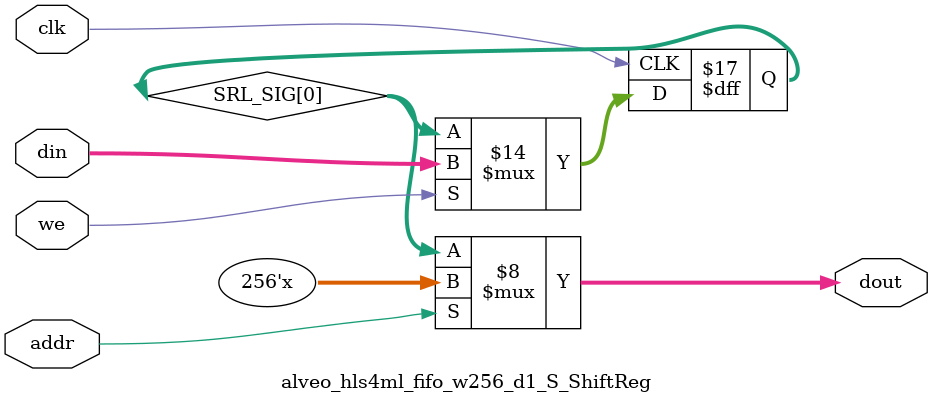
<source format=v>

`timescale 1 ns / 1 ps

module alveo_hls4ml_fifo_w256_d1_S
#(parameter
    MEM_STYLE   = "shiftReg",
    DATA_WIDTH  = 256,
    ADDR_WIDTH  = 1,
    DEPTH       = 1)
(
    // system signal
    input  wire                  clk,
    input  wire                  reset,

    // write
    output wire                  if_full_n,
    input  wire                  if_write_ce,
    input  wire                  if_write,
    input  wire [DATA_WIDTH-1:0] if_din,
    
    // read 
    output wire [ADDR_WIDTH:0]   if_num_data_valid, // for FRP
    output wire [ADDR_WIDTH:0]   if_fifo_cap,       // for FRP
    output wire                  if_empty_n,
    input  wire                  if_read_ce,
    input  wire                  if_read,
    output wire [DATA_WIDTH-1:0] if_dout
);
//------------------------Parameter----------------------

//------------------------Local signal-------------------
wire [ADDR_WIDTH-1:0] addr;
wire                  push;
wire                  pop;
reg signed [ADDR_WIDTH:0]   mOutPtr;
reg                   empty_n = 1'b0;
reg                   full_n  = 1'b1;
// with almost full?  no 
//------------------------Instantiation------------------
alveo_hls4ml_fifo_w256_d1_S_ShiftReg 
#(  .DATA_WIDTH (DATA_WIDTH),
    .ADDR_WIDTH (ADDR_WIDTH),
    .DEPTH      (DEPTH))
U_alveo_hls4ml_fifo_w256_d1_S_ShiftReg (
    .clk        (clk),
    .we         (push),
    .addr       (addr),
    .din        (if_din),
    .dout       (if_dout)
);
//------------------------Task and function--------------

//------------------------Body---------------------------
// has num_data_valid ? 
assign if_num_data_valid = mOutPtr + 1'b1; // yes
assign if_fifo_cap = DEPTH; // yes 

// has almost full ? 
assign if_full_n  = full_n; //no 
assign if_empty_n = empty_n;

assign push = (if_write & if_write_ce) & full_n;
assign pop  = (if_read & if_read_ce) & empty_n;
assign addr = mOutPtr[ADDR_WIDTH] == 1'b0 ? mOutPtr[ADDR_WIDTH-1:0]:{ADDR_WIDTH{1'b0}};

// full_n
always @(posedge clk ) begin
    if (reset == 1'b1)
        full_n <= 1'b1;
    else if (push & ~pop) begin
        if (mOutPtr == DEPTH - 2)
            full_n <= 1'b0;
    end
    else if (~push & pop)
        full_n <= 1'b1;
end

// almost_full_n 

// empty_n
always @(posedge clk ) begin
    if (reset == 1'b1)
        empty_n <= 1'b0;
    else if (push & ~pop)
        empty_n <= 1'b1;
    else if (~push & pop) begin
        if (mOutPtr == 0)
            empty_n <= 1'b0;
    end
end

// mOutPtr
always @(posedge clk ) begin
    if (reset == 1'b1)
        mOutPtr <= {ADDR_WIDTH+1{1'b1}};
    else if (push & ~pop)
        mOutPtr <= mOutPtr + 1'b1;
    else if (~push & pop)
        mOutPtr <= mOutPtr - 1'b1;
end

endmodule  


module alveo_hls4ml_fifo_w256_d1_S_ShiftReg
#(parameter
    DATA_WIDTH  = 256,
    ADDR_WIDTH  = 1,
    DEPTH       = 1)
(
    input  wire                  clk,
    input  wire                  we,
    input  wire [ADDR_WIDTH-1:0] addr,
    input  wire [DATA_WIDTH-1:0] din,
    output wire [DATA_WIDTH-1:0] dout
);

reg [DATA_WIDTH-1:0] SRL_SIG [0:DEPTH-1];
integer i;

always @ (posedge clk) begin
    if (we) begin
        for (i=0; i<DEPTH-1; i=i+1)
            SRL_SIG[i+1] <= SRL_SIG[i];
        SRL_SIG[0] <= din;
    end
end

assign dout = SRL_SIG[addr];

endmodule

</source>
